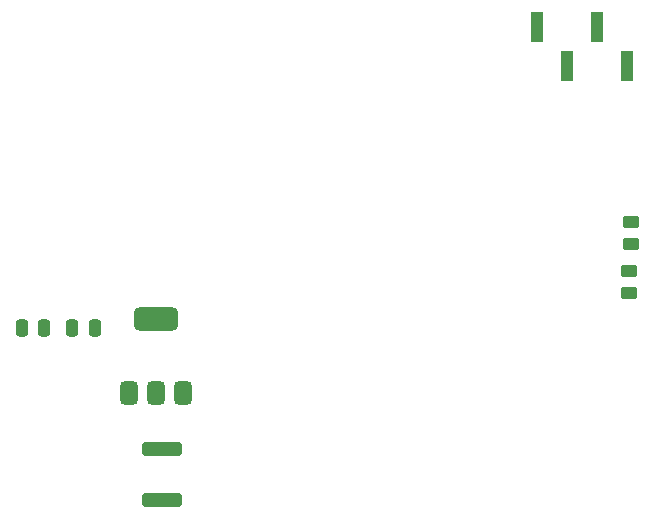
<source format=gbr>
%TF.GenerationSoftware,KiCad,Pcbnew,9.0.2*%
%TF.CreationDate,2025-08-02T19:20:04+02:00*%
%TF.ProjectId,Smart Exhaust Control,536d6172-7420-4457-9868-617573742043,rev?*%
%TF.SameCoordinates,Original*%
%TF.FileFunction,Paste,Top*%
%TF.FilePolarity,Positive*%
%FSLAX46Y46*%
G04 Gerber Fmt 4.6, Leading zero omitted, Abs format (unit mm)*
G04 Created by KiCad (PCBNEW 9.0.2) date 2025-08-02 19:20:04*
%MOMM*%
%LPD*%
G01*
G04 APERTURE LIST*
G04 Aperture macros list*
%AMRoundRect*
0 Rectangle with rounded corners*
0 $1 Rounding radius*
0 $2 $3 $4 $5 $6 $7 $8 $9 X,Y pos of 4 corners*
0 Add a 4 corners polygon primitive as box body*
4,1,4,$2,$3,$4,$5,$6,$7,$8,$9,$2,$3,0*
0 Add four circle primitives for the rounded corners*
1,1,$1+$1,$2,$3*
1,1,$1+$1,$4,$5*
1,1,$1+$1,$6,$7*
1,1,$1+$1,$8,$9*
0 Add four rect primitives between the rounded corners*
20,1,$1+$1,$2,$3,$4,$5,0*
20,1,$1+$1,$4,$5,$6,$7,0*
20,1,$1+$1,$6,$7,$8,$9,0*
20,1,$1+$1,$8,$9,$2,$3,0*%
G04 Aperture macros list end*
%ADD10RoundRect,0.250000X0.450000X-0.262500X0.450000X0.262500X-0.450000X0.262500X-0.450000X-0.262500X0*%
%ADD11RoundRect,0.250000X0.250000X0.475000X-0.250000X0.475000X-0.250000X-0.475000X0.250000X-0.475000X0*%
%ADD12RoundRect,0.375000X0.375000X-0.625000X0.375000X0.625000X-0.375000X0.625000X-0.375000X-0.625000X0*%
%ADD13RoundRect,0.500000X1.400000X-0.500000X1.400000X0.500000X-1.400000X0.500000X-1.400000X-0.500000X0*%
%ADD14R,1.000000X2.510000*%
%ADD15RoundRect,0.250000X1.450000X-0.312500X1.450000X0.312500X-1.450000X0.312500X-1.450000X-0.312500X0*%
G04 APERTURE END LIST*
D10*
%TO.C,R2*%
X135700000Y-59600000D03*
X135700000Y-57775000D03*
%TD*%
D11*
%TO.C,C2*%
X90300000Y-66700000D03*
X88400000Y-66700000D03*
%TD*%
D12*
%TO.C,U3*%
X93200000Y-72250000D03*
X95500000Y-72250000D03*
D13*
X95500000Y-65950000D03*
D12*
X97800000Y-72250000D03*
%TD*%
D14*
%TO.C,J2*%
X135340000Y-44510000D03*
X132800000Y-41200000D03*
X130260000Y-44510000D03*
X127720000Y-41200000D03*
%TD*%
D11*
%TO.C,C1*%
X86000000Y-66700000D03*
X84100000Y-66700000D03*
%TD*%
D10*
%TO.C,R1*%
X135500000Y-63725000D03*
X135500000Y-61900000D03*
%TD*%
D15*
%TO.C,F1*%
X96000000Y-81275000D03*
X96000000Y-77000000D03*
%TD*%
M02*

</source>
